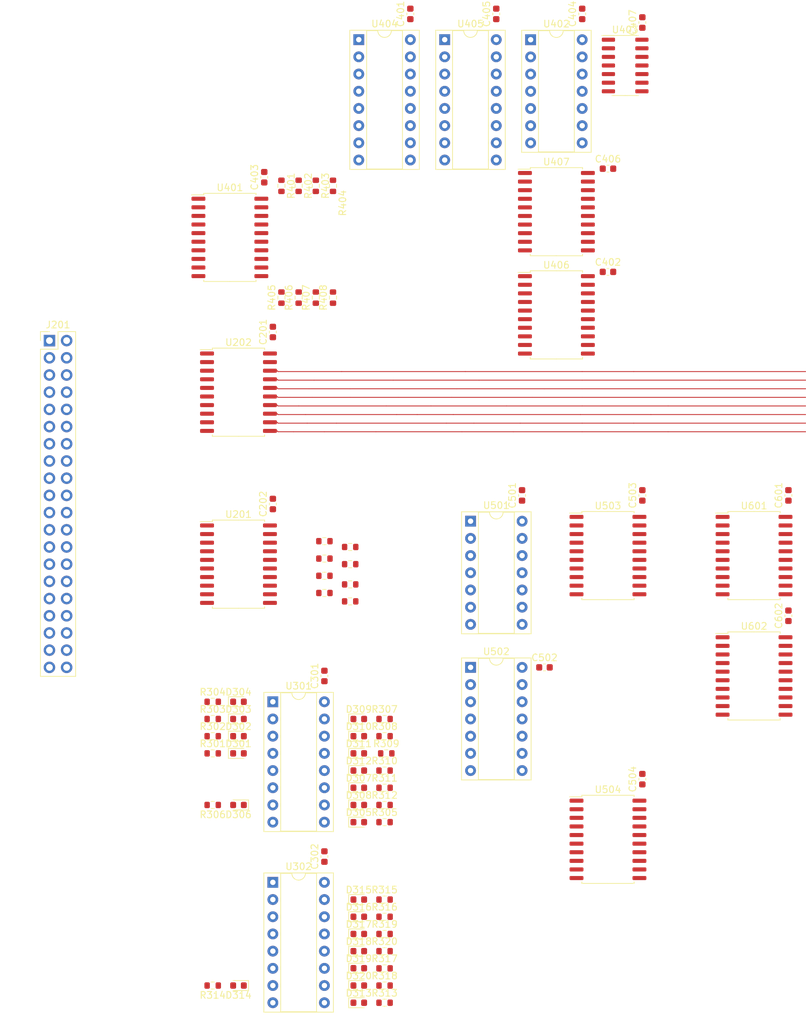
<source format=kicad_pcb>
(kicad_pcb (version 20211014) (generator pcbnew)
  (layers (0 "F.Cu" signal) (1 "In1.Cu" signal) (2 "In2.Cu" signal) (31 "B.Cu" signal) (34 "B.Paste" user) (35 "F.Paste" user) (36 "B.SilkS" user "B.Silkscreen") (37 "F.SilkS" user "F.Silkscreen") (38 "B.Mask" user) (39 "F.Mask" user) (44 "Edge.Cuts" user))
  (net 0 "")
  (net 1 "+5V")
  (net 2 "GND")
  (net 3 "/Connector/C0")
  (net 4 "/Connector/A^{raw}_{0}")
  (net 5 "/Connector/C1")
  (net 6 "Net-(J201-Pad6)")
  (net 7 "/Connector/C2")
  (net 8 "Net-(J201-Pad8)")
  (net 9 "/Connector/C3")
  (net 10 "Net-(J201-Pad10)")
  (net 11 "/Connector/C4")
  (net 12 "Net-(J201-Pad12)")
  (net 13 "/Connector/C5")
  (net 14 "Net-(J201-Pad14)")
  (net 15 "/Connector/C6")
  (net 16 "Net-(J201-Pad16)")
  (net 17 "/Connector/C7")
  (net 18 "Net-(J201-Pad18)")
  (net 19 "/Connector/DALUFLAG")
  (net 23 "/Connector/I^{raw}_{0}")
  (net 25 "/Connector/I^{raw}_{1}")
  (net 27 "/Connector/I^{raw}_{2}")
  (net 29 "/Connector/I^{raw}_{3}")
  (net 31 "/Connector/~{SELECT_{SALU}}")
  (net 33 "/Connector/Decode_{raw}")
  (net 35 "/Connector/Execute_{raw}")
  (net 37 "/Connector/Commit_{raw}")
  (net 39 "/Connector/Control.I0")
  (net 40 "/Connector/Control.I1")
  (net 41 "/Connector/Control.I2")
  (net 42 "/Connector/Control.I3")
  (net 43 "/Connector/Control.~{SELECT}")
  (net 44 "/Connector/Control.Decode")
  (net 45 "/Connector/Control.Execute")
  (net 46 "/Connector/Control.Commit")
  (net 47 "Net-(D301-Pad1)")
  (net 48 "Net-(D304-Pad1)")
  (net 49 "/Instruction Decoder/~{BAD_{2}}")
  (net 50 "Net-(D305-Pad2)")
  (net 51 "/Instruction Decoder/~{BAD_{3}}")
  (net 52 "Net-(D306-Pad2)")
  (net 53 "/Instruction Decoder/~{BAD_{0}}")
  (net 54 "/Instruction Decoder/~{BAD_{1}}")
  (net 55 "Net-(D308-Pad2)")
  (net 56 "/Instruction Decoder/~{INC}")
  (net 57 "/Instruction Decoder/~{DEC}")
  (net 58 "Net-(D310-Pad2)")
  (net 59 "/Instruction Decoder/~{NOT}")
  (net 60 "Net-(D311-Pad2)")
  (net 61 "/Instruction Decoder/~{COPY}")
  (net 62 "Net-(D312-Pad2)")
  (net 63 "/Instruction Decoder/~{RSHIFT1}")
  (net 64 "/Instruction Decoder/~{RSHIFT0}")
  (net 65 "/Instruction Decoder/~{LSHIFT1}")
  (net 66 "/Instruction Decoder/~{LSHIFT0}")
  (net 67 "/Instruction Decoder/~{BAD_{5}}")
  (net 68 "/Instruction Decoder/~{BAD_{4}}")
  (net 69 "/Instruction Decoder/~{RBARREL}")
  (net 70 "/Instruction Decoder/~{LBARREL}")
  (net 71 "Net-(D313-Pad2)")
  (net 72 "Net-(D314-Pad2)")
  (net 73 "Net-(D315-Pad2)")
  (net 74 "Net-(D316-Pad2)")
  (net 75 "Net-(D317-Pad2)")
  (net 76 "Net-(D318-Pad2)")
  (net 77 "Net-(D319-Pad2)")
  (net 78 "Net-(D320-Pad2)")
  (net 79 "/Incrementer-Decrementer/B0")
  (net 80 "/Incrementer-Decrementer/B1")
  (net 81 "/Incrementer-Decrementer/B2")
  (net 82 "/Incrementer-Decrementer/B3")
  (net 83 "/Incrementer-Decrementer/B4")
  (net 84 "/Incrementer-Decrementer/B5")
  (net 85 "/Incrementer-Decrementer/B6")
  (net 86 "/Incrementer-Decrementer/B7")
  (net 87 "/Incrementer-Decrementer/S_{1}")
  (net 88 "/Incrementer-Decrementer/S_{0}")
  (net 89 "/Incrementer-Decrementer/~{INC}")
  (net 90 "/Incrementer-Decrementer/S_{3}")
  (net 91 "/Incrementer-Decrementer/S_{2}")
  (net 92 "/Incrementer-Decrementer/S_{4}")
  (net 93 "/Incrementer-Decrementer/S_{5}")
  (net 94 "/Incrementer-Decrementer/S_{6}")
  (net 95 "/Incrementer-Decrementer/S_{7}")
  (net 96 "/Incrementer-Decrementer/RESULT7")
  (net 97 "/Incrementer-Decrementer/RESULT6")
  (net 98 "/Incrementer-Decrementer/RESULT5")
  (net 99 "/Incrementer-Decrementer/RESULT4")
  (net 100 "/Incrementer-Decrementer/RESULT3")
  (net 101 "/Incrementer-Decrementer/RESULT2")
  (net 102 "/Incrementer-Decrementer/RESULT1")
  (net 103 "/Incrementer-Decrementer/RESULT0")
  (net 104 "/Incrementer-Decrementer/~{OE}")
  (net 105 "/Incrementer-Decrementer/FLAG")
  (net 106 "/Incrementer-Decrementer/~{DEC}")
  (net 108 "Net-(U501-Pad3)")
  (net 109 "Net-(U501-Pad6)")
  (net 110 "Net-(U501-Pad8)")
  (net 111 "Net-(U501-Pad11)")
  (net 112 "Net-(U502-Pad3)")
  (net 113 "Net-(U502-Pad6)")
  (net 114 "Net-(U502-Pad8)")
  (net 115 "Net-(U502-Pad11)")
  (net 116 "/Not-Copy/RESULT7")
  (net 117 "/Not-Copy/RESULT6")
  (net 118 "/Not-Copy/RESULT5")
  (net 119 "/Not-Copy/RESULT4")
  (net 120 "/Not-Copy/RESULT3")
  (net 121 "/Not-Copy/RESULT2")
  (net 122 "/Not-Copy/RESULT1")
  (net 123 "/Not-Copy/RESULT0")
  (net 124 "/Not-Copy/~{NOT}")
  (net 125 "/Not-Copy/~{COPY}")
  (net 126 "Net-(D302-Pad1)")
  (net 127 "Net-(D303-Pad1)")
  (net 128 "Net-(D307-Pad2)")
  (net 129 "Net-(D309-Pad2)")
  (net 130 "/Barrel Shifters/A7")
  (net 131 "/Barrel Shifters/A6")
  (net 132 "/Barrel Shifters/A5")
  (net 133 "/Barrel Shifters/A4")
  (net 134 "/Barrel Shifters/A3")
  (net 135 "/Barrel Shifters/A2")
  (net 136 "/Barrel Shifters/A1")
  (net 137 "/Barrel Shifters/A0")
  (net 139 "Net-(U402-Pad5)")
  (net 140 "Net-(U402-Pad6)")
  (net 146 "Net-(U404-Pad9)")
  (net 153 "/Barrel Shifters/RESULT7")
  (net 154 "/Barrel Shifters/RESULT6")
  (net 155 "/Barrel Shifters/RESULT5")
  (net 156 "/Barrel Shifters/RESULT4")
  (net 157 "/Barrel Shifters/RESULT3")
  (net 158 "/Barrel Shifters/RESULT2")
  (net 159 "/Barrel Shifters/RESULT1")
  (net 160 "/Barrel Shifters/RESULT0")
  (net 161 "/Barrel Shifters/~{LBARREL}")
  (net 162 "/Barrel Shifters/~{RBARREL}")
  (footprint "Package_SO:SOIC-20W_7.5x12.8mm_P1.27mm" (layer "F.Cu") (at 52.07 55.88)
    (fp_text reference "U401")
    (fp_text value "74HC245")
  )
  (footprint "Package_DIP:DIP-14_W7.62mm_Socket" (layer "F.Cu") (at 96.52 26.68)
    (fp_text reference "U402")
    (fp_text value "74HC86")
  )
  (footprint "Capacitor_SMD:C_0603_1608Metric" (layer "F.Cu") (at 78.74 22.87 90)
    (fp_text reference "C401")
    (fp_text value "100n")
  )
  (footprint "Resistor_SMD:R_0603_1608Metric" (layer "F.Cu") (at 66.04 105.855)
    (fp_text reference "R205" hide)
    (fp_text value "220k")
  )
  (footprint "Resistor_SMD:R_0603_1608Metric" (layer "F.Cu") (at 74.93 127)
    (fp_text reference "R307")
    (fp_text value "4k7")
  )
  (footprint "LED_SMD:LED_0603_1608Metric" (layer "F.Cu") (at 53.34 139.7 180)
    (fp_text reference "D306")
    (fp_text value "RED")
  )
  (footprint "Capacitor_SMD:C_0603_1608Metric" (layer "F.Cu") (at 57.15 46.99 90)
    (fp_text reference "C403")
    (fp_text value "100n")
  )
  (footprint "Package_DIP:DIP-14_W7.62mm_Socket" (layer "F.Cu") (at 87.64 119.38)
    (fp_text reference "U502")
    (fp_text value "74HC00")
  )
  (footprint "LED_SMD:LED_0603_1608Metric" (layer "F.Cu") (at 71.12 129.54)
    (fp_text reference "D310")
    (fp_text value "GREEN")
  )
  (footprint "Resistor_SMD:R_0603_1608Metric" (layer "F.Cu") (at 49.53 127)
    (fp_text reference "R303")
    (fp_text value "4k7")
  )
  (footprint "Resistor_SMD:R_0603_1608Metric" (layer "F.Cu") (at 74.93 161.29)
    (fp_text reference "R320")
    (fp_text value "4k7")
  )
  (footprint "Resistor_SMD:R_0603_1608Metric" (layer "F.Cu") (at 64.77 48.26 -90)
    (fp_text reference "R403")
    (fp_text value "220k")
  )
  (footprint "LED_SMD:LED_0603_1608Metric" (layer "F.Cu") (at 53.34 129.54)
    (fp_text reference "D302")
    (fp_text value "GREEN")
  )
  (footprint "Resistor_SMD:R_0603_1608Metric" (layer "F.Cu") (at 49.53 124.46)
    (fp_text reference "R304")
    (fp_text value "4k7")
  )
  (footprint "Resistor_SMD:R_0603_1608Metric" (layer "F.Cu") (at 74.93 168.91)
    (fp_text reference "R313")
    (fp_text value "4k7")
  )
  (footprint "LED_SMD:LED_0603_1608Metric" (layer "F.Cu") (at 53.34 127)
    (fp_text reference "D303")
    (fp_text value "GREEN")
  )
  (footprint "Resistor_SMD:R_0603_1608Metric" (layer "F.Cu") (at 74.93 156.21)
    (fp_text reference "R316")
    (fp_text value "4k7")
  )
  (footprint "Resistor_SMD:R_0603_1608Metric" (layer "F.Cu") (at 74.93 139.7)
    (fp_text reference "R312")
    (fp_text value "4k7")
  )
  (footprint "Package_SO:SOIC-20W_7.5x12.8mm_P1.27mm" (layer "F.Cu") (at 100.33 52.08)
    (fp_text reference "U407")
    (fp_text value "74HC245")
  )
  (footprint "LED_SMD:LED_0603_1608Metric" (layer "F.Cu") (at 71.12 132.08)
    (fp_text reference "D311")
    (fp_text value "GREEN")
  )
  (footprint "LED_SMD:LED_0603_1608Metric" (layer "F.Cu") (at 71.12 156.21)
    (fp_text reference "D316")
    (fp_text value "GREEN")
  )
  (footprint "Resistor_SMD:R_0603_1608Metric" (layer "F.Cu") (at 59.69 48.26 -90)
    (fp_text reference "R401")
    (fp_text value "220k")
  )
  (footprint "LED_SMD:LED_0603_1608Metric" (layer "F.Cu") (at 53.34 132.08)
    (fp_text reference "D301")
    (fp_text value "GREEN")
  )
  (footprint "Resistor_SMD:R_0603_1608Metric" (layer "F.Cu") (at 74.93 129.54)
    (fp_text reference "R308")
    (fp_text value "4k7")
  )
  (footprint "Resistor_SMD:R_0603_1608Metric" (layer "F.Cu") (at 49.53 132.08)
    (fp_text reference "R301")
    (fp_text value "4k7")
  )
  (footprint "Capacitor_SMD:C_0603_1608Metric" (layer "F.Cu") (at 134.62 111.76 90)
    (fp_text reference "C602")
    (fp_text value "100n")
  )
  (footprint "LED_SMD:LED_0603_1608Metric" (layer "F.Cu") (at 71.12 142.24)
    (fp_text reference "D305")
    (fp_text value "RED")
  )
  (footprint "Resistor_SMD:R_0603_1608Metric" (layer "F.Cu") (at 66.04 100.7425)
    (fp_text reference "R201" hide)
    (fp_text value "220k")
  )
  (footprint "Resistor_SMD:R_0603_1608Metric" (layer "F.Cu") (at 74.93 163.83)
    (fp_text reference "R317")
    (fp_text value "4k7")
  )
  (footprint "Resistor_SMD:R_0603_1608Metric" (layer "F.Cu") (at 59.69 64.77 90)
    (fp_text reference "R405")
    (fp_text value "220k")
  )
  (footprint "Resistor_SMD:R_0603_1608Metric" (layer "F.Cu") (at 75.184 132.08)
    (fp_text reference "R309")
    (fp_text value "4k7")
  )
  (footprint "Resistor_SMD:R_0603_1608Metric" (layer "F.Cu") (at 74.93 134.62)
    (fp_text reference "R310")
    (fp_text value "4k7")
  )
  (footprint "Capacitor_SMD:C_0603_1608Metric" (layer "F.Cu") (at 107.95 45.73)
    (fp_text reference "C406")
    (fp_text value "100n")
  )
  (footprint "Package_DIP:DIP-14_W7.62mm_Socket" (layer "F.Cu") (at 87.64 97.79)
    (fp_text reference "U501")
    (fp_text value "74HC00")
  )
  (footprint "Package_DIP:DIP-16_W7.62mm_Socket" (layer "F.Cu") (at 58.42 151.13)
    (fp_text reference "U302")
    (fp_text value "74HC138")
  )
  (footprint "Resistor_SMD:R_0603_1608Metric" (layer "F.Cu") (at 74.93 137.16)
    (fp_text reference "R311")
    (fp_text value "4k7")
  )
  (footprint "LED_SMD:LED_0603_1608Metric" (layer "F.Cu") (at 71.12 153.67)
    (fp_text reference "D315")
    (fp_text value "GREEN")
  )
  (footprint "Resistor_SMD:R_0603_1608Metric" (layer "F.Cu") (at 67.31 64.77 90)
    (fp_text reference "R408")
    (fp_text value "220k")
  )
  (footprint "Capacitor_SMD:C_0603_1608Metric" (layer "F.Cu") (at 66.04 147.32 90)
    (fp_text reference "C302")
    (fp_text value "100n")
  )
  (footprint "Capacitor_SMD:C_0603_1608Metric" (layer "F.Cu") (at 58.42 95.25 90)
    (fp_text reference "C202")
    (fp_text value "100n")
  )
  (footprint "LED_SMD:LED_0603_1608Metric" (layer "F.Cu") (at 71.12 137.16)
    (fp_text reference "D307")
    (fp_text value "RED")
  )
  (footprint "Resistor_SMD:R_0603_1608Metric" (layer "F.Cu") (at 66.04 108.395)
    (fp_text reference "R207" hide)
    (fp_text value "220k")
  )
  (footprint "Resistor_SMD:R_0603_1608Metric" (layer "F.Cu") (at 67.31 48.26 -90)
    (fp_text reference "R404")
    (fp_text value "220k")
  )
  (footprint "Capacitor_SMD:C_0603_1608Metric" (layer "F.Cu") (at 107.95 60.97)
    (fp_text reference "C402")
    (fp_text value "100n")
  )
  (footprint "Resistor_SMD:R_0603_1608Metric" (layer "F.Cu") (at 74.93 142.24)
    (fp_text reference "R305")
    (fp_text value "4k7")
  )
  (footprint "Package_SO:SOIC-20W_7.5x12.8mm_P1.27mm" (layer "F.Cu") (at 107.95 102.87)
    (fp_text reference "U503")
    (fp_text value "74HC245")
  )
  (footprint "Package_SO:SOIC-20W_7.5x12.8mm_P1.27mm" (layer "F.Cu") (at 53.34 78.74)
    (fp_text reference "U202")
    (fp_text value "74HC245")
  )
  (footprint "Capacitor_SMD:C_0603_1608Metric" (layer "F.Cu") (at 98.565 119.38)
    (fp_text reference "C502")
    (fp_text value "100n")
  )
  (footprint "LED_SMD:LED_0603_1608Metric" (layer "F.Cu") (at 71.12 163.81)
    (fp_text reference "D319")
    (fp_text value "GREEN")
  )
  (footprint "Package_SO:SOIC-20W_7.5x12.8mm_P1.27mm" (layer "F.Cu") (at 100.33 67.32)
    (fp_text reference "U406")
    (fp_text value "74HC245")
  )
  (footprint "Resistor_SMD:R_0603_1608Metric" (layer "F.Cu") (at 69.85 109.6325)
    (fp_text reference "R208" hide)
    (fp_text value "220k")
  )
  (footprint "Capacitor_SMD:C_0603_1608Metric" (layer "F.Cu") (at 113.03 24.14 90)
    (fp_text reference "C407")
    (fp_text value "100n")
  )
  (footprint "Package_DIP:DIP-16_W7.62mm_Socket" (layer "F.Cu") (at 71.12 26.67)
    (fp_text reference "U404")
    (fp_text value "74HC283")
  )
  (footprint "LED_SMD:LED_0603_1608Metric" (layer "F.Cu") (at 71.12 158.75)
    (fp_text reference "D317")
    (fp_text value "RED")
  )
  (footprint "Capacitor_SMD:C_0603_1608Metric" (layer "F.Cu") (at 113.03 93.98 90)
    (fp_text reference "C503")
    (fp_text value "100n")
  )
  (footprint "Capacitor_SMD:C_0603_1608Metric" (layer "F.Cu") (at 66.04 120.65 90)
    (fp_text reference "C301")
    (fp_text value "100n")
  )
  (footprint "Resistor_SMD:R_0603_1608Metric" (layer "F.Cu") (at 62.23 64.77 90)
    (fp_text reference "R406")
    (fp_text value "220k")
  )
  (footprint "Package_SO:SOIC-20W_7.5x12.8mm_P1.27mm" (layer "F.Cu") (at 107.95 144.78)
    (fp_text reference "U504")
    (fp_text value "74HC245")
  )
  (footprint "Package_DIP:DIP-16_W7.62mm_Socket" (layer "F.Cu") (at 58.42 124.46)
    (fp_text reference "U301")
    (fp_text value "74HC138")
  )
  (footprint "Capacitor_SMD:C_0603_1608Metric" (layer "F.Cu") (at 91.44 22.87 90)
    (fp_text reference "C405")
    (fp_text value "100n")
  )
  (footprint "Capacitor_SMD:C_0603_1608Metric" (layer "F.Cu") (at 113.03 135.89 90)
    (fp_text reference "C504")
    (fp_text value "100n")
  )
  (footprint "Resistor_SMD:R_0603_1608Metric" (layer "F.Cu") (at 74.93 166.37)
    (fp_text reference "R318")
    (fp_text value "4k7")
  )
  (footprint "LED_SMD:LED_0603_1608Metric" (layer "F.Cu") (at 71.12 139.7)
    (fp_text reference "D308")
    (fp_text value "RED")
  )
  (footprint "Resistor_SMD:R_0603_1608Metric" (layer "F.Cu") (at 62.23 48.26 -90)
    (fp_text reference "R402")
    (fp_text value "220k")
  )
  (footprint "LED_SMD:LED_0603_1608Metric" (layer "F.Cu") (at 71.12 127)
    (fp_text reference "D309")
    (fp_text value "GREEN")
  )
  (footprint "Package_SO:SOIC-14_3.9x8.7mm_P1.27mm" (layer "F.Cu") (at 110.49 30.49)
    (fp_text reference "U403")
    (fp_text value "74HC08")
  )
  (footprint "Package_DIP:DIP-16_W7.62mm_Socket" (layer "F.Cu") (at 83.82 26.67)
    (fp_text reference "U405")
    (fp_text value "74HC283")
  )
  (footprint "LED_SMD:LED_0603_1608Metric" (layer "F.Cu") (at 71.12 168.91)
    (fp_text reference "D313")
    (fp_text value "GREEN")
  )
  (footprint "Resistor_SMD:R_0603_1608Metric" (layer "F.Cu") (at 69.85 104.14)
    (fp_text reference "R204" hide)
    (fp_text value "220k")
  )
  (footprint "Capacitor_SMD:C_0603_1608Metric" (layer "F.Cu") (at 104.14 22.87 90)
    (fp_text reference "C404")
    (fp_text value "100n")
  )
  (footprint "Resistor_SMD:R_0603_1608Metric" (layer "F.Cu") (at 74.93 153.67)
    (fp_text reference "R315")
    (fp_text value "4k7")
  )
  (footprint "LED_SMD:LED_0603_1608Metric" (layer "F.Cu") (at 53.34 166.37 180)
    (fp_text reference "D314")
    (fp_text value "GREEN")
  )
  (footprint "Capacitor_SMD:C_0603_1608Metric" (layer "F.Cu") (at 58.42 69.85 90)
    (fp_text reference "C201")
    (fp_text value "100n")
  )
  (footprint "Resistor_SMD:R_0603_1608Metric" (layer "F.Cu") (at 69.85 101.6)
    (fp_text reference "R202" hide)
    (fp_text value "220k")
  )
  (footprint "Capacitor_SMD:C_0603_1608Metric" (layer "F.Cu") (at 95.25 93.98 90)
    (fp_text reference "C501")
    (fp_text value "100n")
  )
  (footprint "Capacitor_SMD:C_0603_1608Metric" (layer "F.Cu") (at 134.62 93.98 90)
    (fp_text reference "C601")
    (fp_text value "100n")
  )
  (footprint "Resistor_SMD:R_0603_1608Metric" (layer "F.Cu") (at 49.53 129.54)
    (fp_text reference "R302")
    (fp_text value "4k7")
  )
  (footprint "Resistor_SMD:R_0603_1608Metric" (layer "F.Cu") (at 49.53 166.37 180)
    (fp_text reference "R314")
    (fp_text value "4k7")
  )
  (footprint "Resistor_SMD:R_0603_1608Metric" (layer "F.Cu") (at 64.77 64.77 90)
    (fp_text reference "R407")
    (fp_text value "220k")
  )
  (footprint "Resistor_SMD:R_0603_1608Metric" (layer "F.Cu") (at 49.53 139.7 180)
    (fp_text reference "R306")
    (fp_text value "4k7")
  )
  (footprint "Package_SO:SOIC-20W_7.5x12.8mm_P1.27mm" (layer "F.Cu") (at 129.54 102.87)
    (fp_text reference "U601")
    (fp_text value "74HC245")
  )
  (footprint "LED_SMD:LED_0603_1608Metric" (layer "F.Cu") (at 71.12 134.62)
    (fp_text reference "D312")
    (fp_text value "GREEN")
  )
  (footprint "Package_SO:SOIC-20W_7.5x12.8mm_P1.27mm" (layer "F.Cu") (at 129.54 120.65)
    (fp_text reference "U602")
    (fp_text value "74HC245")
  )
  (footprint "LED_SMD:LED_0603_1608Metric" (layer "F.Cu") (at 53.34 124.46)
    (fp_text reference "D304")
    (fp_text value "GREEN")
  )
  (footprint "Resistor_SMD:R_0603_1608Metric" (layer "F.Cu") (at 66.04 103.315)
    (fp_text reference "R203" hide)
    (fp_text value "220k")
  )
  (footprint "Resistor_SMD:R_0603_1608Metric" (layer "F.Cu") (at 74.93 158.75)
    (fp_text reference "R319")
    (fp_text value "4k7")
  )
  (footprint "Connector_PinHeader_2.54mm:PinHeader_2x20_P2.54mm_Vertical" (layer "F.Cu") (at 25.4 71.12)
    (fp_text reference "J201")
    (fp_text value "Conn_02x20_Odd_Even")
  )
  (footprint "Resistor_SMD:R_0603_1608Metric" (layer "F.Cu") (at 69.85 107.125)
    (fp_text reference "R206" hide)
    (fp_text value "220k")
  )
  (footprint "Package_SO:SOIC-20W_7.5x12.8mm_P1.27mm" (layer "F.Cu") (at 53.34 104.14)
    (fp_text reference "U201")
    (fp_text value "74HC245")
  )
  (footprint "LED_SMD:LED_0603_1608Metric" (layer "F.Cu") (at 71.12 161.29)
    (fp_text reference "D318")
    (fp_text value "RED")
  )
  (footprint "LED_SMD:LED_0603_1608Metric" (layer "F.Cu") (at 71.12 166.37)
    (fp_text reference "D320")
    (fp_text value "GREEN")
  )
  (segment (start 61.468 84.582) (end 66.04 84.582) (width 0.127) (layer "F.Cu") (net 130))
  (segment (start 86.36 84.582) (end 93.98 84.582) (width 0.127) (layer "F.Cu") (net 130))
  (segment (start 104.14 84.582) (end 116.84 84.582) (width 0.127) (layer "F.Cu") (net 130))
  (segment (start 93.98 84.582) (end 104.14 84.582) (width 0.127) (layer "F.Cu") (net 130))
  (segment (start 73.66 84.582) (end 86.36 84.582) (width 0.127) (layer "F.Cu") (net 130))
  (segment (start 57.99 84.455) (end 59.055 84.455) (width 0.127) (layer "F.Cu") (net 130))
  (segment (start 116.84 84.582) (end 137.16 84.582) (width 0.127) (layer "F.Cu") (net 130))
  (segment (start 59.182 84.582) (end 61.468 84.582) (width 0.127) (layer "F.Cu") (net 130))
  (segment (start 59.055 84.455) (end 59.182 84.582) (width 0.127) (layer "F.Cu") (net 130))
  (segment (start 66.04 84.582) (end 73.66 84.582) (width 0.127) (layer "F.Cu") (net 130))
  (segment (start 84.074 83.312) (end 88.138 83.312) (width 0.127) (layer "F.Cu") (net 131))
  (segment (start 67.818 83.312) (end 84.074 83.312) (width 0.127) (layer "F.Cu") (net 131))
  (segment (start 104.14 83.312) (end 111.76 83.312) (width 0.127) (layer "F.Cu") (net 131))
  (segment (start 59.055 83.185) (end 59.182 83.312) (width 0.127) (layer "F.Cu") (net 131))
  (segment (start 94.996 83.312) (end 104.14 83.312) (width 0.127) (layer "F.Cu") (net 131))
  (segment (start 57.99 83.185) (end 59.055 83.185) (width 0.127) (layer "F.Cu") (net 131))
  (segment (start 59.182 83.312) (end 63.5 83.312) (width 0.127) (layer "F.Cu") (net 131))
  (segment (start 88.138 83.312) (end 94.996 83.312) (width 0.127) (layer "F.Cu") (net 131))
  (segment (start 63.5 83.312) (end 67.818 83.312) (width 0.127) (layer "F.Cu") (net 131))
  (segment (start 111.76 83.312) (end 137.16 83.312) (width 0.127) (layer "F.Cu") (net 131))
  (segment (start 79.756 82.042) (end 85.09 82.042) (width 0.127) (layer "F.Cu") (net 132))
  (segment (start 63.246 82.042) (end 76.708 82.042) (width 0.127) (layer "F.Cu") (net 132))
  (segment (start 59.182 82.042) (end 63.246 82.042) (width 0.127) (layer "F.Cu") (net 132))
  (segment (start 57.99 81.915) (end 59.055 81.915) (width 0.127) (layer "F.Cu") (net 132))
  (segment (start 85.09 82.042) (end 103.886 82.042) (width 0.127) (layer "F.Cu") (net 132))
  (segment (start 103.886 82.042) (end 114.3 82.042) (width 0.127) (layer "F.Cu") (net 132))
  (segment (start 76.708 82.042) (end 79.756 82.042) (width 0.127) (layer "F.Cu") (net 132))
  (segment (start 59.055 81.915) (end 59.182 82.042) (width 0.127) (layer "F.Cu") (net 132))
  (segment (start 114.3 82.042) (end 137.16 82.042) (width 0.127) (layer "F.Cu") (net 132))
  (segment (start 92.964 80.772) (end 104.14 80.772) (width 0.127) (layer "F.Cu") (net 133))
  (segment (start 59.055 80.645) (end 59.182 80.772) (width 0.127) (layer "F.Cu") (net 133))
  (segment (start 57.99 80.645) (end 59.055 80.645) (width 0.127) (layer "F.Cu") (net 133))
  (segment (start 62.23 80.772) (end 75.184 80.772) (width 0.127) (layer "F.Cu") (net 133))
  (segment (start 81.788 80.772) (end 92.964 80.772) (width 0.127) (layer "F.Cu") (net 133))
  (segment (start 104.14 80.772) (end 116.84 80.772) (width 0.127) (layer "F.Cu") (net 133))
  (segment (start 116.84 80.772) (end 137.16 80.772) (width 0.127) (layer "F.Cu") (net 133))
  (segment (start 75.184 80.772) (end 81.788 80.772) (width 0.127) (layer "F.Cu") (net 133))
  (segment (start 59.182 80.772) (end 62.23 80.772) (width 0.127) (layer "F.Cu") (net 133))
  (segment (start 76.962 79.502) (end 84.836 79.502) (width 0.127) (layer "F.Cu") (net 134))
  (segment (start 84.836 79.502) (end 96.774 79.502) (width 0.127) (layer "F.Cu") (net 134))
  (segment (start 57.99 79.375) (end 59.055 79.375) (width 0.127) (layer "F.Cu") (net 134))
  (segment (start 104.14 79.502) (end 137.16 79.502) (width 0.127) (layer "F.Cu") (net 134))
  (segment (start 59.055 79.375) (end 59.182 79.502) (width 0.127) (layer "F.Cu") (net 134))
  (segment (start 59.182 79.502) (end 60.96 79.502) (width 0.127) (layer "F.Cu") (net 134))
  (segment (start 64.262 79.502) (end 69.85 79.502) (width 0.127) (layer "F.Cu") (net 134))
  (segment (start 69.85 79.502) (end 76.962 79.502) (width 0.127) (layer "F.Cu") (net 134))
  (segment (start 60.96 79.502) (end 64.262 79.502) (width 0.127) (layer "F.Cu") (net 134))
  (segment (start 96.774 79.502) (end 104.14 79.502) (width 0.127) (layer "F.Cu") (net 134))
  (segment (start 104.14 78.232) (end 137.16 78.232) (width 0.127) (layer "F.Cu") (net 135))
  (segment (start 85.598 78.232) (end 98.552 78.232) (width 0.127) (layer "F.Cu") (net 135))
  (segment (start 59.182 78.232) (end 63.754 78.232) (width 0.127) (layer "F.Cu") (net 135))
  (segment (start 69.85 78.232) (end 85.598 78.232) (width 0.127) (layer "F.Cu") (net 135))
  (segment (start 57.99 78.105) (end 59.055 78.105) (width 0.127) (layer "F.Cu") (net 135))
  (segment (start 63.754 78.232) (end 69.85 78.232) (width 0.127) (layer "F.Cu") (net 135))
  (segment (start 59.055 78.105) (end 59.182 78.232) (width 0.127) (layer "F.Cu") (net 135))
  (segment (start 98.552 78.232) (end 104.14 78.232) (width 0.127) (layer "F.Cu") (net 135))
  (segment (start 124.46 76.962) (end 137.16 76.962) (width 0.127) (layer "F.Cu") (net 136))
  (segment (start 76.2 76.962) (end 88.9 76.962) (width 0.127) (layer "F.Cu") (net 136))
  (segment (start 88.9 76.962) (end 104.14 76.962) (width 0.127) (layer "F.Cu") (net 136))
  (segment (start 64.516 76.962) (end 76.2 76.962) (width 0.127) (layer "F.Cu") (net 136))
  (segment (start 59.055 76.835) (end 59.182 76.962) (width 0.127) (layer "F.Cu") (net 136))
  (segment (start 57.99 76.835) (end 59.055 76.835) (width 0.127) (layer "F.Cu") (net 136))
  (segment (start 104.14 76.962) (end 124.46 76.962) (width 0.127) (layer "F.Cu") (net 136))
  (segment (start 59.182 76.962) (end 64.516 76.962) (width 0.127) (layer "F.Cu") (net 136))
  (segment (start 59.055 75.565) (end 59.182 75.692) (width 0.127) (layer "F.Cu") (net 137))
  (segment (start 86.868 75.692) (end 104.14 75.692) (width 0.127) (layer "F.Cu") (net 137))
  (segment (start 59.182 75.692) (end 68.58 75.692) (width 0.127) (layer "F.Cu") (net 137))
  (segment (start 104.14 75.692) (end 111.76 75.692) (width 0.127) (layer "F.Cu") (net 137))
  (segment (start 111.76 75.692) (end 137.16 75.692) (width 0.127) (layer "F.Cu") (net 137))
  (segment (start 57.99 75.565) (end 59.055 75.565) (width 0.127) (layer "F.Cu") (net 137))
  (segment (start 68.58 75.692) (end 86.868 75.692) (width 0.127) (layer "F.Cu") (net 137))
)
</source>
